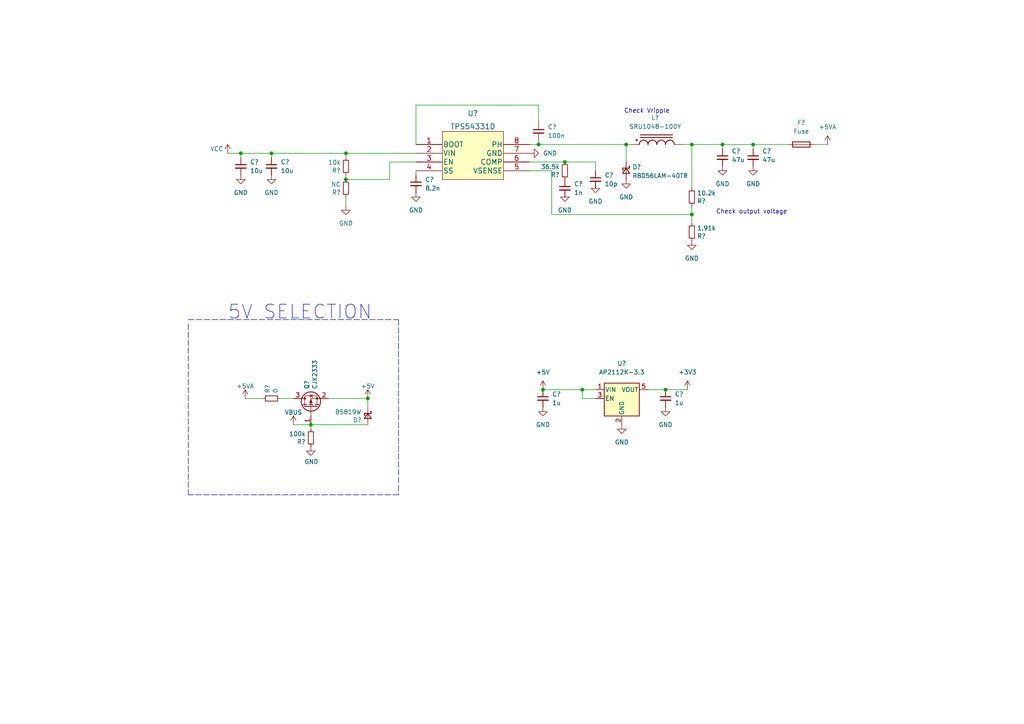
<source format=kicad_sch>
(kicad_sch (version 20211123) (generator eeschema)
  (paper "A4")
  (lib_symbols
    (symbol "Device:C_Small" (pin_numbers hide) (pin_names (offset 0.254) hide)
      (property "Reference" "C" (at 0.254 1.778 0))
      (property "Value" "C_Small" (at 0.254 -2.032 0))
      (symbol "C_Small_0_1"
        (polyline (pts (xy -1.524 -0.508) (xy 1.524 -0.508)) (stroke (width 0.3302)))
        (polyline (pts (xy -1.524 0.508) (xy 1.524 0.508)) (stroke (width 0.3048)))
      )
      (symbol "C_Small_1_1"
        (pin passive line (at 0 2.54 270) (length 2.032) (name "~") (number "1"))
        (pin passive line (at 0 -2.54 90) (length 2.032) (name "~") (number "2"))
      )
    )
    (symbol "Device:D_Schottky_Small" (pin_numbers hide) (pin_names (offset 0.254) hide)
      (property "Reference" "D" (at -1.27 2.032 0))
      (property "Value" "D_Schottky_Small" (at -7.112 -2.032 0))
      (symbol "D_Schottky_Small_0_1"
        (polyline (pts (xy -0.762 0) (xy 0.762 0)))
        (polyline (pts (xy 0.762 -1.016) (xy -0.762 0) (xy 0.762 1.016) (xy 0.762 -1.016)) (stroke (width 0.254)))
        (polyline (pts (xy -1.27 0.762) (xy -1.27 1.016) (xy -0.762 1.016) (xy -0.762 -1.016) (xy -0.254 -1.016) (xy -0.254 -0.762)) (stroke (width 0.254)))
      )
      (symbol "D_Schottky_Small_1_1"
        (pin passive line (at -2.54 0 0) (length 1.778) (name "K") (number "1"))
        (pin passive line (at 2.54 0 180) (length 1.778) (name "A") (number "2"))
      )
    )
    (symbol "Device:Fuse" (pin_numbers hide) (pin_names (offset 0))
      (property "Reference" "F" (at 2.032 0 90))
      (property "Value" "Fuse" (at -1.905 0 90))
      (symbol "Fuse_0_1"
        (rectangle (start -0.762 -2.54) (end 0.762 2.54) (stroke (width 0.254)))
        (polyline (pts (xy 0 2.54) (xy 0 -2.54)))
      )
      (symbol "Fuse_1_1"
        (pin passive line (at 0 3.81 270) (length 1.27) (name "~") (number "1"))
        (pin passive line (at 0 -3.81 90) (length 1.27) (name "~") (number "2"))
      )
    )
    (symbol "Device:R_Small" (pin_numbers hide) (pin_names (offset 0.254) hide)
      (property "Reference" "R" (at 0.762 0.508 0))
      (property "Value" "R_Small" (at 0.762 -1.016 0))
      (symbol "R_Small_0_1"
        (rectangle (start -0.762 1.778) (end 0.762 -1.778) (stroke (width 0.2032)))
      )
      (symbol "R_Small_1_1"
        (pin passive line (at 0 2.54 270) (length 0.762) (name "~") (number "1"))
        (pin passive line (at 0 -2.54 90) (length 0.762) (name "~") (number "2"))
      )
    )
    (symbol "Regulator_Linear:AP2112K-3.3" (pin_names (offset 0.254))
      (property "Reference" "U" (at -5.08 5.715 0))
      (property "Value" "AP2112K-3.3" (at 0 5.715 0))
      (symbol "AP2112K-3.3_0_1"
        (rectangle (start -5.08 4.445) (end 5.08 -5.08) (stroke (width 0.254)) (fill (type background)))
      )
      (symbol "AP2112K-3.3_1_1"
        (pin power_in line (at -7.62 2.54 0) (length 2.54) (name "VIN") (number "1"))
        (pin power_in line (at 0 -7.62 90) (length 2.54) (name "GND") (number "2"))
        (pin input line (at -7.62 0 0) (length 2.54) (name "EN") (number "3"))
        (pin no_connect line (at 5.08 0 180) (length 2.54) hide (name "NC") (number "4"))
        (pin power_out line (at 7.62 2.54 180) (length 2.54) (name "VOUT") (number "5"))
      )
    )
    (symbol "SRU1048-100Y:SRU1048-100Y" (pin_numbers hide) (pin_names (offset 1.016) hide)
      (property "Reference" "L" (at -5.334 3.81 0))
      (property "Value" "SRU1048-100Y" (at -5.842 -2.54 0))
      (symbol "SRU1048-100Y_0_0"
        (circle (center -5.842 1.27) (radius 0.1524) (stroke (width 0.3048)))
        (arc (start -3.81 1.27) (mid -4.708 0.898) (end -5.08 0) (stroke (width 0.254)))
        (arc (start -2.54 0) (mid -2.912 0.898) (end -3.81 1.27) (stroke (width 0.254)))
        (arc (start -1.27 1.27) (mid -2.168 0.898) (end -2.54 0) (stroke (width 0.254)))
        (arc (start 0 0) (mid -0.372 0.898) (end -1.27 1.27) (stroke (width 0.254)))
        (polyline (pts (xy -4.826 2.032) (xy 4.572 2.032)) (stroke (width 0.254)))
        (polyline (pts (xy -4.826 2.794) (xy 4.572 2.794)) (stroke (width 0.254)))
        (arc (start 1.27 1.27) (mid 0.372 0.898) (end 0 0) (stroke (width 0.254)))
        (arc (start 2.54 0) (mid 2.168 0.898) (end 1.27 1.27) (stroke (width 0.254)))
        (arc (start 3.81 1.27) (mid 2.912 0.898) (end 2.54 0) (stroke (width 0.254)))
        (arc (start 5.08 0) (mid 4.708 0.898) (end 3.81 1.27) (stroke (width 0.254)))
        (pin passive line (at -7.62 0 0) (length 2.54) (name "~") (number "1"))
        (pin passive line (at 7.62 0 180) (length 2.54) (name "~") (number "2"))
      )
    )
    (symbol "TPS54331D:TPS54331D" (pin_names (offset 0.254))
      (property "Reference" "U" (at 33.02 10.16 0))
      (property "Value" "TPS54331D" (at 33.02 7.62 0))
      (symbol "TPS54331D_0_1"
        (rectangle (start 22.86 3.81) (end 40.64 -10.16) (fill (type background)))
      )
      (symbol "TPS54331D_1_1"
        (pin unspecified line (at 15.24 0 0) (length 7.62) (name "BOOT") (number "1"))
        (pin input line (at 15.24 -2.54 0) (length 7.62) (name "VIN") (number "2"))
        (pin unspecified line (at 15.24 -5.08 0) (length 7.62) (name "EN") (number "3"))
        (pin unspecified line (at 15.24 -7.62 0) (length 7.62) (name "SS") (number "4"))
        (pin unspecified line (at 48.26 -7.62 180) (length 7.62) (name "VSENSE") (number "5"))
        (pin output line (at 48.26 -5.08 180) (length 7.62) (name "COMP") (number "6"))
        (pin power_in line (at 48.26 -2.54 180) (length 7.62) (name "GND") (number "7"))
        (pin power_in line (at 48.26 0 180) (length 7.62) (name "PH") (number "8"))
      )
    )
    (symbol "Transistor_FET:Si2319CDS" (pin_names hide)
      (property "Reference" "Q" (at 5.08 1.905 0))
      (property "Value" "Si2319CDS" (at 5.08 0 0))
      (symbol "Si2319CDS_0_1"
        (polyline (pts (xy 0.254 0) (xy -2.54 0)))
        (polyline (pts (xy 0.254 1.905) (xy 0.254 -1.905)) (stroke (width 0.254)))
        (polyline (pts (xy 0.762 -1.27) (xy 0.762 -2.286)) (stroke (width 0.254)))
        (polyline (pts (xy 0.762 0.508) (xy 0.762 -0.508)) (stroke (width 0.254)))
        (polyline (pts (xy 0.762 2.286) (xy 0.762 1.27)) (stroke (width 0.254)))
        (polyline (pts (xy 2.54 2.54) (xy 2.54 1.778)))
        (polyline (pts (xy 2.54 -2.54) (xy 2.54 0) (xy 0.762 0)))
        (polyline (pts (xy 0.762 1.778) (xy 3.302 1.778) (xy 3.302 -1.778) (xy 0.762 -1.778)))
        (polyline (pts (xy 2.286 0) (xy 1.27 0.381) (xy 1.27 -0.381) (xy 2.286 0)) (fill (type outline)))
        (polyline (pts (xy 2.794 -0.508) (xy 2.921 -0.381) (xy 3.683 -0.381) (xy 3.81 -0.254)))
        (polyline (pts (xy 3.302 -0.381) (xy 2.921 0.254) (xy 3.683 0.254) (xy 3.302 -0.381)))
        (circle (center 1.651 0) (radius 2.794) (stroke (width 0.254)))
        (circle (center 2.54 -1.778) (radius 0.254) (fill (type outline)))
        (circle (center 2.54 1.778) (radius 0.254) (fill (type outline)))
      )
      (symbol "Si2319CDS_1_1"
        (pin input line (at -5.08 0 0) (length 2.54) (name "G") (number "1"))
        (pin passive line (at 2.54 -5.08 90) (length 2.54) (name "S") (number "2"))
        (pin passive line (at 2.54 5.08 270) (length 2.54) (name "D") (number "3"))
      )
    )
    (symbol "power:+3.3V" (power) (pin_names (offset 0))
      (property "Value" "+3.3V" (at 0 3.556 0))
      (symbol "+3.3V_0_1"
        (polyline (pts (xy -0.762 1.27) (xy 0 2.54)))
        (polyline (pts (xy 0 0) (xy 0 2.54)))
        (polyline (pts (xy 0 2.54) (xy 0.762 1.27)))
      )
      (symbol "+3.3V_1_1"
        (pin power_in line (at 0 0 90) (length 0) hide (name "+3V3") (number "1"))
      )
    )
    (symbol "power:+5V" (power) (pin_names (offset 0))
      (property "Value" "+5V" (at 0 3.556 0))
      (symbol "+5V_0_1"
        (polyline (pts (xy -0.762 1.27) (xy 0 2.54)))
        (polyline (pts (xy 0 0) (xy 0 2.54)))
        (polyline (pts (xy 0 2.54) (xy 0.762 1.27)))
      )
      (symbol "+5V_1_1"
        (pin power_in line (at 0 0 90) (length 0) hide (name "+5V") (number "1"))
      )
    )
    (symbol "power:+5VA" (power) (pin_names (offset 0))
      (property "Value" "+5VA" (at 0 3.556 0))
      (symbol "+5VA_0_1"
        (polyline (pts (xy -0.762 1.27) (xy 0 2.54)))
        (polyline (pts (xy 0 0) (xy 0 2.54)))
        (polyline (pts (xy 0 2.54) (xy 0.762 1.27)))
      )
      (symbol "+5VA_1_1"
        (pin power_in line (at 0 0 90) (length 0) hide (name "+5VA") (number "1"))
      )
    )
    (symbol "power:GND" (power) (pin_names (offset 0))
      (property "Value" "GND" (at 0 -3.81 0))
      (symbol "GND_0_1"
        (polyline (pts (xy 0 0) (xy 0 -1.27) (xy 1.27 -1.27) (xy 0 -2.54) (xy -1.27 -1.27) (xy 0 -1.27)))
      )
      (symbol "GND_1_1"
        (pin power_in line (at 0 0 270) (length 0) hide (name "GND") (number "1"))
      )
    )
    (symbol "power:VBUS" (power) (pin_names (offset 0))
      (property "Value" "VBUS" (at 0 3.81 0))
      (symbol "VBUS_0_1"
        (polyline (pts (xy -0.762 1.27) (xy 0 2.54)))
        (polyline (pts (xy 0 0) (xy 0 2.54)))
        (polyline (pts (xy 0 2.54) (xy 0.762 1.27)))
      )
      (symbol "VBUS_1_1"
        (pin power_in line (at 0 0 90) (length 0) hide (name "VBUS") (number "1"))
      )
    )
    (symbol "power:VCC" (power) (pin_names (offset 0))
      (property "Value" "VCC" (at 0 3.81 0))
      (symbol "VCC_0_1"
        (polyline (pts (xy -0.762 1.27) (xy 0 2.54)))
        (polyline (pts (xy 0 0) (xy 0 2.54)))
        (polyline (pts (xy 0 2.54) (xy 0.762 1.27)))
      )
      (symbol "VCC_1_1"
        (pin power_in line (at 0 0 90) (length 0) hide (name "VCC") (number "1"))
      )
    )
  )
  (junction (at 218.44 41.91))
  (junction (at 193.04 113.03))
  (junction (at 100.33 52.07))
  (junction (at 106.68 115.57))
  (junction (at 157.48 113.03))
  (junction (at 200.66 62.23))
  (junction (at 163.83 46.99))
  (junction (at 156.21 41.91))
  (junction (at 168.91 113.03))
  (junction (at 78.74 44.45))
  (junction (at 200.66 41.91))
  (junction (at 181.61 41.91))
  (junction (at 209.55 41.91))
  (junction (at 100.33 44.45))
  (junction (at 69.85 44.45))
  (junction (at 90.17 123.19))
  (wire (pts (xy 100.33 44.45) (xy 100.33 45.72)))
  (wire (pts (xy 200.66 54.61) (xy 200.66 41.91)))
  (polyline (pts (xy 115.57 143.51) (xy 54.61 143.51)))
  (wire (pts (xy 90.17 123.19) (xy 106.68 123.19)))
  (wire (pts (xy 236.22 41.91) (xy 240.03 41.91)))
  (wire (pts (xy 157.48 113.03) (xy 168.91 113.03)))
  (wire (pts (xy 209.55 41.91) (xy 200.66 41.91)))
  (wire (pts (xy 66.04 44.45) (xy 69.85 44.45)))
  (wire (pts (xy 106.68 115.57) (xy 106.68 118.11)))
  (wire (pts (xy 168.91 115.57) (xy 168.91 113.03)))
  (wire (pts (xy 113.03 52.07) (xy 113.03 46.99)))
  (wire (pts (xy 200.66 62.23) (xy 200.66 59.69)))
  (wire (pts (xy 198.12 41.91) (xy 200.66 41.91)))
  (wire (pts (xy 193.04 113.03) (xy 199.39 113.03)))
  (wire (pts (xy 160.02 62.23) (xy 200.66 62.23)))
  (wire (pts (xy 172.72 49.53) (xy 172.72 46.99)))
  (wire (pts (xy 100.33 50.8) (xy 100.33 52.07)))
  (wire (pts (xy 163.83 46.99) (xy 153.67 46.99)))
  (wire (pts (xy 156.21 30.48) (xy 156.21 35.56)))
  (wire (pts (xy 71.12 115.57) (xy 76.2 115.57)))
  (wire (pts (xy 218.44 41.91) (xy 209.55 41.91)))
  (wire (pts (xy 85.09 123.19) (xy 90.17 123.19)))
  (wire (pts (xy 81.28 115.57) (xy 85.09 115.57)))
  (wire (pts (xy 69.85 44.45) (xy 78.74 44.45)))
  (wire (pts (xy 172.72 115.57) (xy 168.91 115.57)))
  (polyline (pts (xy 115.57 92.71) (xy 115.57 143.51)))
  (wire (pts (xy 69.85 45.72) (xy 69.85 44.45)))
  (wire (pts (xy 153.67 41.91) (xy 156.21 41.91)))
  (wire (pts (xy 209.55 43.18) (xy 209.55 41.91)))
  (wire (pts (xy 218.44 43.18) (xy 218.44 41.91)))
  (polyline (pts (xy 54.61 92.71) (xy 115.57 92.71)))
  (wire (pts (xy 181.61 41.91) (xy 182.88 41.91)))
  (wire (pts (xy 218.44 41.91) (xy 228.6 41.91)))
  (wire (pts (xy 100.33 44.45) (xy 120.65 44.45)))
  (wire (pts (xy 172.72 46.99) (xy 163.83 46.99)))
  (wire (pts (xy 78.74 45.72) (xy 78.74 44.45)))
  (polyline (pts (xy 54.61 93.98) (xy 54.61 143.51)))
  (wire (pts (xy 100.33 52.07) (xy 113.03 52.07)))
  (wire (pts (xy 163.83 55.88) (xy 163.83 57.15)))
  (wire (pts (xy 187.96 113.03) (xy 193.04 113.03)))
  (wire (pts (xy 172.72 53.34) (xy 172.72 54.61)))
  (wire (pts (xy 120.65 30.48) (xy 120.65 41.91)))
  (wire (pts (xy 160.02 49.53) (xy 160.02 62.23)))
  (wire (pts (xy 113.03 46.99) (xy 120.65 46.99)))
  (wire (pts (xy 120.65 49.53) (xy 120.65 50.8)))
  (wire (pts (xy 156.21 41.91) (xy 181.61 41.91)))
  (wire (pts (xy 168.91 113.03) (xy 172.72 113.03)))
  (wire (pts (xy 100.33 57.15) (xy 100.33 59.69)))
  (wire (pts (xy 181.61 41.91) (xy 181.61 46.99)))
  (wire (pts (xy 156.21 30.48) (xy 120.65 30.48)))
  (wire (pts (xy 95.25 115.57) (xy 106.68 115.57)))
  (wire (pts (xy 200.66 64.77) (xy 200.66 62.23)))
  (wire (pts (xy 160.02 49.53) (xy 153.67 49.53)))
  (wire (pts (xy 78.74 44.45) (xy 100.33 44.45)))
  (wire (pts (xy 90.17 123.19) (xy 90.17 124.46)))
  (wire (pts (xy 156.21 40.64) (xy 156.21 41.91)))
  (text "Check output voltage" (at 207.645 62.23 0) (effects (font (size 1.27 1.27)) (justify left bottom)))
  (text "Check Vripple" (at 180.975 33.02 0) (effects (font (size 1.27 1.27)) (justify left bottom)))
  (text "5V SELECTION" (at 66.04 92.964 0) (effects (font (size 3.9878 3.9878)) (justify left bottom)))
  (symbol (lib_id "power:GND") (at 69.85 50.8 0) (unit 1)
    (property "Reference" "#PWR?" (effects hide))
    (property "Value" "GND" (at 69.85 55.88 0))
  )
  (symbol (lib_id "Device:R_Small") (at 100.33 54.61 180) (unit 1)
    (property "Reference" "R?" (at 98.8314 55.7784 0) (effects (justify left)))
    (property "Value" "NC" (at 98.8314 53.467 0) (effects (justify left)))
    (property "Footprint" "Resistor_SMD:R_0603_1608Metric" (effects hide))
    (property "Datasheet" "https://www.seielect.com/catalog/sei-rmcf_rmcp.pdf" (effects hide))
    (property "MFR#" "RMCF0805FT36K5" (effects hide))
  )
  (symbol (lib_id "power:+3.3V") (at 199.39 113.03 0) (unit 1)
    (property "Reference" "#PWR?" (effects hide))
    (property "Value" "+3.3V" (at 199.39 107.95 0))
  )
  (symbol (lib_id "Device:R_Small") (at 200.66 67.31 0) (mirror x) (unit 1)
    (property "Reference" "R?" (at 202.1586 68.4784 0) (effects (justify left)))
    (property "Value" "1.91k" (at 202.1586 66.167 0) (effects (justify left)))
    (property "Footprint" "Resistor_SMD:R_0603_1608Metric" (effects hide))
  )
  (symbol (lib_id "power:GND") (at 157.48 118.11 0) (unit 1)
    (property "Reference" "#PWR?" (effects hide))
    (property "Value" "GND" (at 157.48 123.19 0))
  )
  (symbol (lib_id "Device:C_Small") (at 193.04 115.57 0) (unit 1)
    (property "Reference" "C?" (at 195.707 114.3062 0) (effects (justify left)))
    (property "Value" "1u" (at 195.707 116.8462 0) (effects (justify left)))
    (property "Footprint" "Capacitor_SMD:C_0603_1608Metric" (effects hide))
  )
  (symbol (lib_id "power:+5V") (at 157.48 113.03 0) (unit 1)
    (property "Reference" "#PWR?" (effects hide))
    (property "Value" "+5V" (at 157.48 107.95 0))
  )
  (symbol (lib_id "power:+5VA") (at 71.12 115.57 0) (unit 1)
    (property "Reference" "#PWR?" (effects hide))
    (property "Value" "+5VA" (at 71.12 111.9942 0))
  )
  (symbol (lib_id "SRU1048-100Y:SRU1048-100Y") (at 190.5 41.91 0) (unit 1)
    (property "Reference" "L?" (at 190.0301 34.163 0))
    (property "Value" "SRU1048-100Y" (at 190.0301 36.703 0))
    (property "Footprint" "Footprints:IND_SRU1048-100Y" (effects hide))
    (property "Datasheet" "https://www.bourns.com/docs/Product-Datasheets/SRU1048.pdf" (effects hide))
    (property "STANDARD" "Manufacturer Recommendations" (effects hide))
    (property "PARTREV" "03/18" (effects hide))
    (property "MANUFACTURER" "Bourns" (effects hide))
    (property "MAXIMUM_PACKAGE_HEIGHT" "5.1mm" (effects hide))
  )
  (symbol (lib_id "power:+5VA") (at 240.03 41.91 0) (unit 1)
    (property "Reference" "#PWR?" (effects hide))
    (property "Value" "+5VA" (at 240.03 36.83 0))
  )
  (symbol (lib_id "power:VCC") (at 66.04 44.45 0) (unit 1)
    (property "Reference" "#PWR?" (effects hide))
    (property "Value" "VCC" (at 60.96 43.18 0) (effects (justify left)))
  )
  (symbol (lib_id "Device:C_Small") (at 69.85 48.26 0) (unit 1)
    (property "Reference" "C?" (at 72.517 46.9962 0) (effects (justify left)))
    (property "Value" "10u" (at 72.517 49.5362 0) (effects (justify left)))
    (property "Footprint" "Capacitor_SMD:C_0603_1608Metric" (effects hide))
  )
  (symbol (lib_id "power:GND") (at 153.67 44.45 90) (unit 1)
    (property "Reference" "#PWR?" (effects hide))
    (property "Value" "GND" (at 157.48 44.4499 90) (effects (justify right)))
  )
  (symbol (lib_id "power:GND") (at 218.44 48.26 0) (unit 1)
    (property "Reference" "#PWR?" (effects hide))
    (property "Value" "GND" (at 218.44 53.34 0))
  )
  (symbol (lib_id "Device:C_Small") (at 157.48 115.57 0) (unit 1)
    (property "Reference" "C?" (at 160.147 114.3062 0) (effects (justify left)))
    (property "Value" "1u" (at 160.147 116.8462 0) (effects (justify left)))
    (property "Footprint" "Capacitor_SMD:C_0603_1608Metric" (effects hide))
  )
  (symbol (lib_id "Device:D_Schottky_Small") (at 106.68 120.65 270) (unit 1)
    (property "Reference" "D?" (at 104.902 121.8184 90) (effects (justify right)))
    (property "Value" "B5819W" (at 104.902 119.507 90) (effects (justify right)))
    (property "Footprint" "Diode_SMD:D_SOD-123" (effects hide))
    (property "Datasheet" "https://www.mccsemi.com/pdf/Products/B5817W-B5819W(SOD-123).pdf" (effects hide))
  )
  (symbol (lib_id "power:GND") (at 163.83 55.88 0) (unit 1)
    (property "Reference" "#PWR?" (effects hide))
    (property "Value" "GND" (at 163.83 60.96 0))
  )
  (symbol (lib_id "Device:C_Small") (at 172.72 52.07 0) (unit 1)
    (property "Reference" "C?" (at 175.387 50.8062 0) (effects (justify left)))
    (property "Value" "10p" (at 175.387 53.3462 0) (effects (justify left)))
    (property "Footprint" "Capacitor_SMD:C_0603_1608Metric" (effects hide))
  )
  (symbol (lib_id "Device:C_Small") (at 218.44 45.72 0) (unit 1)
    (property "Reference" "C?" (at 221.107 43.8212 0) (effects (justify left)))
    (property "Value" "47u" (at 221.107 46.3612 0) (effects (justify left)))
    (property "Footprint" "Capacitor_SMD:C_0805_2012Metric" (effects hide))
  )
  (symbol (lib_id "Device:C_Small") (at 163.83 54.61 0) (unit 1)
    (property "Reference" "C?" (at 166.497 53.3462 0) (effects (justify left)))
    (property "Value" "1n" (at 166.497 55.8862 0) (effects (justify left)))
    (property "Footprint" "Capacitor_SMD:C_0603_1608Metric" (effects hide))
  )
  (symbol (lib_id "Device:R_Small") (at 163.83 49.53 180) (unit 1)
    (property "Reference" "R?" (at 162.3314 50.6984 0) (effects (justify left)))
    (property "Value" "36.5k" (at 162.3314 48.387 0) (effects (justify left)))
    (property "Footprint" "Resistor_SMD:R_0603_1608Metric" (effects hide))
    (property "Datasheet" "https://www.seielect.com/catalog/sei-rmcf_rmcp.pdf" (effects hide))
    (property "MFR#" "RMCF0805FT36K5" (effects hide))
  )
  (symbol (lib_id "Device:C_Small") (at 156.21 38.1 0) (unit 1)
    (property "Reference" "C?" (at 158.877 36.8362 0) (effects (justify left)))
    (property "Value" "100n" (at 158.877 39.3762 0) (effects (justify left)))
    (property "Footprint" "Capacitor_SMD:C_0805_2012Metric_Pad1.18x1.45mm_HandSolder" (effects hide))
  )
  (symbol (lib_id "power:GND") (at 120.65 55.88 0) (unit 1)
    (property "Reference" "#PWR?" (effects hide))
    (property "Value" "GND" (at 120.65 60.96 0))
  )
  (symbol (lib_id "Device:R_Small") (at 200.66 57.15 0) (mirror x) (unit 1)
    (property "Reference" "R?" (at 202.1586 58.3184 0) (effects (justify left)))
    (property "Value" "10.2k" (at 202.1586 56.007 0) (effects (justify left)))
    (property "Footprint" "Resistor_SMD:R_0603_1608Metric" (effects hide))
    (property "Datasheet" "https://www.seielect.com/catalog/sei-rmcf_rmcp.pdf" (effects hide))
    (property "MFR#" "RMCF0805FT10K2" (effects hide))
  )
  (symbol (lib_id "Device:R_Small") (at 100.33 48.26 180) (unit 1)
    (property "Reference" "R?" (at 98.8314 49.4284 0) (effects (justify left)))
    (property "Value" "10k" (at 98.8314 47.117 0) (effects (justify left)))
    (property "Footprint" "Resistor_SMD:R_0603_1608Metric" (effects hide))
    (property "Datasheet" "https://www.seielect.com/catalog/sei-rmcf_rmcp.pdf" (effects hide))
    (property "MFR#" "RMCF0805FT36K5" (effects hide))
  )
  (symbol (lib_id "Transistor_FET:Si2319CDS") (at 90.17 118.11 90) (unit 1)
    (property "Reference" "Q?" (at 89.0016 112.9284 0) (effects (justify left)))
    (property "Value" "CJK2333" (at 91.313 112.9284 0) (effects (justify left)))
    (property "Footprint" "Package_TO_SOT_SMD:SOT-23" (effects hide))
    (property "Datasheet" "https://datasheet.lcsc.com/lcsc/2010190933_Jiangsu-Changjing-Electronics-Technology-Co---Ltd--CJK2333_C504109.pdf" (effects hide))
    (property "LCSC#" "C504109" (effects hide))
  )
  (symbol (lib_id "power:GND") (at 193.04 118.11 0) (unit 1)
    (property "Reference" "#PWR?" (effects hide))
    (property "Value" "GND" (at 193.04 123.19 0))
  )
  (symbol (lib_id "Device:R_Small") (at 90.17 127 180) (unit 1)
    (property "Reference" "R?" (at 88.6714 128.1684 0) (effects (justify left)))
    (property "Value" "100k" (at 88.6714 125.857 0) (effects (justify left)))
    (property "Footprint" "Resistor_SMD:R_0603_1608Metric" (effects hide))
  )
  (symbol (lib_id "power:GND") (at 181.61 52.07 0) (unit 1)
    (property "Reference" "#PWR?" (effects hide))
    (property "Value" "GND" (at 181.61 57.15 0))
  )
  (symbol (lib_id "power:GND") (at 100.33 59.69 0) (unit 1)
    (property "Reference" "#PWR?" (effects hide))
    (property "Value" "GND" (at 100.33 64.77 0))
  )
  (symbol (lib_id "power:GND") (at 209.55 48.26 0) (unit 1)
    (property "Reference" "#PWR?" (effects hide))
    (property "Value" "GND" (at 209.55 53.34 0))
  )
  (symbol (lib_id "Device:C_Small") (at 78.74 48.26 0) (unit 1)
    (property "Reference" "C?" (at 81.407 46.9962 0) (effects (justify left)))
    (property "Value" "10u" (at 81.407 49.5362 0) (effects (justify left)))
    (property "Footprint" "Capacitor_SMD:C_0603_1608Metric" (effects hide))
  )
  (symbol (lib_id "TPS54331D:TPS54331D") (at 105.41 41.91 0) (unit 1)
    (property "Reference" "U?" (at 137.16 32.893 0) (effects (font (size 1.524 1.524))))
    (property "Value" "TPS54331D" (at 137.16 36.703 0) (effects (font (size 1.524 1.524))))
    (property "Footprint" "Footprints:TPS54331D" (effects hide))
    (property "Datasheet" "https://www.ti.com/general/docs/suppproductinfo.tsp?distId=10&gotoUrl=https%3A%2F%2Fwww.ti.com%2Flit%2Fgpn%2Ftps54331" (effects hide))
    (property "LCSC#" "C9865" (effects hide))
  )
  (symbol (lib_id "power:GND") (at 180.34 123.19 0) (unit 1)
    (property "Reference" "#PWR?" (effects hide))
    (property "Value" "GND" (at 180.34 128.27 0))
  )
  (symbol (lib_id "power:GND") (at 90.17 129.54 0) (unit 1)
    (property "Reference" "#PWR?" (effects hide))
    (property "Value" "GND" (at 90.297 133.9342 0))
  )
  (symbol (lib_id "power:+5V") (at 106.68 115.57 0) (unit 1)
    (property "Reference" "#PWR?" (effects hide))
    (property "Value" "+5V" (at 106.68 111.9942 0))
  )
  (symbol (lib_id "Device:D_Schottky_Small") (at 181.61 49.53 270) (unit 1)
    (property "Reference" "D?" (at 183.388 48.4413 90) (effects (justify left)))
    (property "Value" "RB056LAM-40TR" (at 183.388 50.9782 90) (effects (justify left)))
    (property "Footprint" "Footprints:RB056LAM-40TR" (effects hide))
    (property "Datasheet" "https://fscdn.rohm.com/en/products/databook/datasheet/discrete/diode/schottky_barrier/rb056lam-40tr-e.pdf" (effects hide))
    (property "LCSC#" "C3760036" (effects hide))
  )
  (symbol (lib_id "power:GND") (at 78.74 50.8 0) (unit 1)
    (property "Reference" "#PWR?" (effects hide))
    (property "Value" "GND" (at 78.74 55.88 0))
  )
  (symbol (lib_id "power:GND") (at 200.66 69.85 0) (unit 1)
    (property "Reference" "#PWR?" (effects hide))
    (property "Value" "GND" (at 200.66 74.93 0))
  )
  (symbol (lib_id "Regulator_Linear:AP2112K-3.3") (at 180.34 115.57 0) (unit 1)
    (property "Reference" "U?" (at 180.34 105.41 0))
    (property "Value" "AP2112K-3.3" (at 180.34 107.95 0))
    (property "Footprint" "Package_TO_SOT_SMD:SOT-23-5" (effects hide))
    (property "Datasheet" "https://www.diodes.com/assets/Datasheets/AP2112.pdf" (effects hide))
    (property "LCSC#" "C51118" (effects hide))
  )
  (symbol (lib_id "Device:R_Small") (at 78.74 115.57 90) (unit 1)
    (property "Reference" "R?" (at 77.5716 114.0714 0) (effects (justify left)))
    (property "Value" "0" (at 79.883 114.0714 0) (effects (justify left)))
    (property "Footprint" "Resistor_SMD:R_0603_1608Metric" (effects hide))
  )
  (symbol (lib_id "Device:C_Small") (at 209.55 45.72 0) (unit 1)
    (property "Reference" "C?" (at 212.217 43.8212 0) (effects (justify left)))
    (property "Value" "47u" (at 212.217 46.3612 0) (effects (justify left)))
    (property "Footprint" "Capacitor_SMD:C_0805_2012Metric" (effects hide))
  )
  (symbol (lib_id "power:VBUS") (at 85.09 123.19 0) (unit 1)
    (property "Reference" "#PWR?" (effects hide))
    (property "Value" "VBUS" (at 85.09 119.6142 0))
  )
  (symbol (lib_id "power:GND") (at 172.72 53.34 0) (unit 1)
    (property "Reference" "#PWR?" (effects hide))
    (property "Value" "GND" (at 172.72 58.42 0))
  )
  (symbol (lib_id "Device:Fuse") (at 232.41 41.91 90) (unit 1)
    (property "Reference" "F?" (at 232.41 35.56 90))
    (property "Value" "Fuse" (at 232.41 38.1 90))
    (property "Footprint" "Resistor_SMD:R_0603_1608Metric" (effects hide))
    (property "Datasheet" "https://datasheet.lcsc.com/lcsc/1811081216_AEM-T0603FF3500TM_C311063.pdf" (effects hide))
    (property "LCSC#" "C311063" (effects hide))
  )
  (symbol (lib_id "Device:C_Small") (at 120.65 53.34 0) (unit 1)
    (property "Reference" "C?" (at 123.317 52.0762 0) (effects (justify left)))
    (property "Value" "8.2n" (at 123.317 54.6162 0) (effects (justify left)))
    (property "Footprint" "Capacitor_SMD:C_0603_1608Metric" (effects hide))
  )
)
</source>
